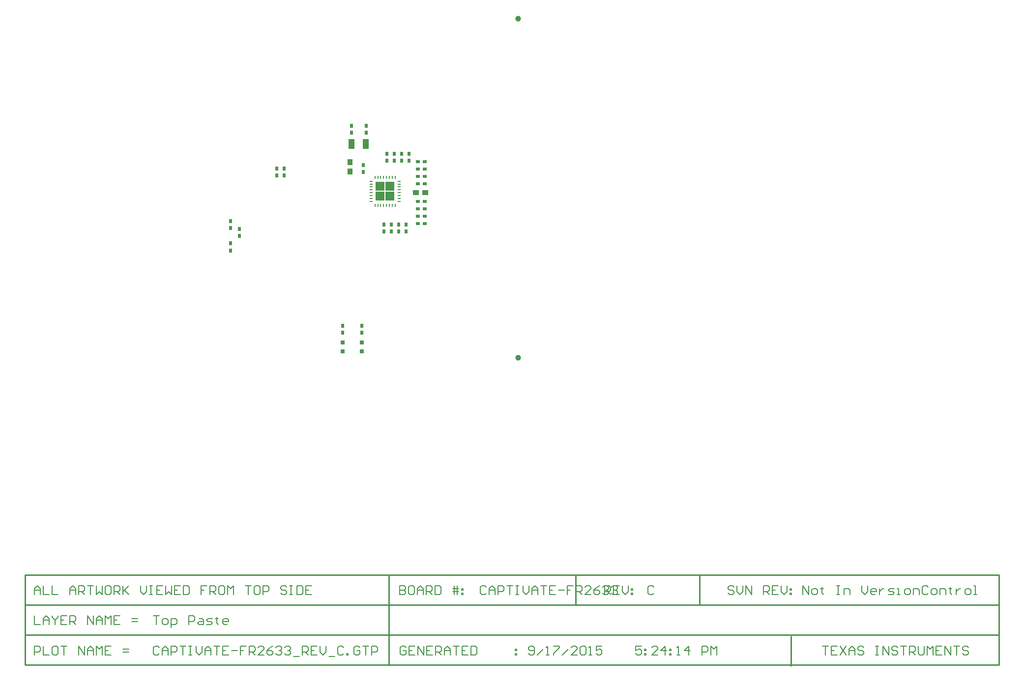
<source format=gtp>
%FSAX25Y25*%
%MOIN*%
G70*
G01*
G75*
G04 Layer_Color=9021481*
%ADD10C,0.00800*%
%ADD11C,0.00600*%
%ADD12C,0.03937*%
%ADD13R,0.02362X0.03150*%
%ADD14R,0.03937X0.03740*%
%ADD15R,0.03150X0.02362*%
%ADD16R,0.03150X0.03150*%
%ADD17R,0.03740X0.03937*%
%ADD18O,0.02362X0.00945*%
%ADD19O,0.00945X0.02362*%
%ADD20R,0.13583X0.13583*%
%ADD21R,0.03937X0.07087*%
%ADD22C,0.02000*%
%ADD23C,0.01000*%
%ADD24C,0.03000*%
%ADD25C,0.01200*%
%ADD26C,0.00787*%
%ADD27C,0.01500*%
%ADD28C,0.05000*%
%ADD29C,0.06000*%
%ADD30C,0.06496*%
%ADD31R,0.06496X0.06496*%
%ADD32C,0.08000*%
%ADD33R,0.05906X0.05906*%
%ADD34C,0.05906*%
%ADD35C,0.18110*%
%ADD36C,0.06299*%
%ADD37R,0.06496X0.06496*%
%ADD38R,0.06000X0.06000*%
%ADD39C,0.05000*%
%ADD40C,0.03400*%
%ADD41C,0.01969*%
%ADD42C,0.00984*%
%ADD43C,0.00700*%
%ADD44C,0.00050*%
%ADD45R,0.06299X0.01969*%
%ADD46R,0.05850X0.05850*%
G54D10*
X0126900Y0073549D02*
X0130899D01*
X0128899D01*
Y0067551D01*
X0133898D02*
X0135897D01*
X0136897Y0068550D01*
Y0070550D01*
X0135897Y0071549D01*
X0133898D01*
X0132898Y0070550D01*
Y0068550D01*
X0133898Y0067551D01*
X0138896Y0065551D02*
Y0071549D01*
X0141895D01*
X0142895Y0070550D01*
Y0068550D01*
X0141895Y0067551D01*
X0138896D01*
X0150892D02*
Y0073549D01*
X0153891D01*
X0154891Y0072549D01*
Y0070550D01*
X0153891Y0069550D01*
X0150892D01*
X0157890Y0071549D02*
X0159889D01*
X0160889Y0070550D01*
Y0067551D01*
X0157890D01*
X0156890Y0068550D01*
X0157890Y0069550D01*
X0160889D01*
X0162888Y0067551D02*
X0165887D01*
X0166887Y0068550D01*
X0165887Y0069550D01*
X0163888D01*
X0162888Y0070550D01*
X0163888Y0071549D01*
X0166887D01*
X0169886Y0072549D02*
Y0071549D01*
X0168886D01*
X0170886D01*
X0169886D01*
Y0068550D01*
X0170886Y0067551D01*
X0176884D02*
X0174884D01*
X0173885Y0068550D01*
Y0070550D01*
X0174884Y0071549D01*
X0176884D01*
X0177884Y0070550D01*
Y0069550D01*
X0173885D01*
X0580500Y0052965D02*
X0584499D01*
X0582499D01*
Y0046966D01*
X0590497Y0052965D02*
X0586498D01*
Y0046966D01*
X0590497D01*
X0586498Y0049966D02*
X0588497D01*
X0592496Y0052965D02*
X0596495Y0046966D01*
Y0052965D02*
X0592496Y0046966D01*
X0598494D02*
Y0050965D01*
X0600493Y0052965D01*
X0602493Y0050965D01*
Y0046966D01*
Y0049966D01*
X0598494D01*
X0608491Y0051965D02*
X0607491Y0052965D01*
X0605492D01*
X0604492Y0051965D01*
Y0050965D01*
X0605492Y0049966D01*
X0607491D01*
X0608491Y0048966D01*
Y0047966D01*
X0607491Y0046966D01*
X0605492D01*
X0604492Y0047966D01*
X0616488Y0052965D02*
X0618488D01*
X0617488D01*
Y0046966D01*
X0616488D01*
X0618488D01*
X0621487D02*
Y0052965D01*
X0625486Y0046966D01*
Y0052965D01*
X0631484Y0051965D02*
X0630484Y0052965D01*
X0628484D01*
X0627485Y0051965D01*
Y0050965D01*
X0628484Y0049966D01*
X0630484D01*
X0631484Y0048966D01*
Y0047966D01*
X0630484Y0046966D01*
X0628484D01*
X0627485Y0047966D01*
X0633483Y0052965D02*
X0637482D01*
X0635482D01*
Y0046966D01*
X0639481D02*
Y0052965D01*
X0642480D01*
X0643480Y0051965D01*
Y0049966D01*
X0642480Y0048966D01*
X0639481D01*
X0641480D02*
X0643480Y0046966D01*
X0645479Y0052965D02*
Y0047966D01*
X0646479Y0046966D01*
X0648478D01*
X0649478Y0047966D01*
Y0052965D01*
X0651477Y0046966D02*
Y0052965D01*
X0653476Y0050965D01*
X0655476Y0052965D01*
Y0046966D01*
X0661474Y0052965D02*
X0657475D01*
Y0046966D01*
X0661474D01*
X0657475Y0049966D02*
X0659474D01*
X0663473Y0046966D02*
Y0052965D01*
X0667472Y0046966D01*
Y0052965D01*
X0669471D02*
X0673470D01*
X0671471D01*
Y0046966D01*
X0679468Y0051965D02*
X0678468Y0052965D01*
X0676469D01*
X0675469Y0051965D01*
Y0050965D01*
X0676469Y0049966D01*
X0678468D01*
X0679468Y0048966D01*
Y0047966D01*
X0678468Y0046966D01*
X0676469D01*
X0675469Y0047966D01*
X0458049Y0052965D02*
X0454050D01*
Y0049966D01*
X0456049Y0050965D01*
X0457049D01*
X0458049Y0049966D01*
Y0047966D01*
X0457049Y0046966D01*
X0455050D01*
X0454050Y0047966D01*
X0460048Y0050965D02*
X0461048D01*
Y0049966D01*
X0460048D01*
Y0050965D01*
Y0047966D02*
X0461048D01*
Y0046966D01*
X0460048D01*
Y0047966D01*
X0469045Y0046966D02*
X0465046D01*
X0469045Y0050965D01*
Y0051965D01*
X0468046Y0052965D01*
X0466046D01*
X0465046Y0051965D01*
X0474044Y0046966D02*
Y0052965D01*
X0471044Y0049966D01*
X0475043D01*
X0477043Y0050965D02*
X0478042D01*
Y0049966D01*
X0477043D01*
Y0050965D01*
Y0047966D02*
X0478042D01*
Y0046966D01*
X0477043D01*
Y0047966D01*
X0482041Y0046966D02*
X0484040D01*
X0483041D01*
Y0052965D01*
X0482041Y0051965D01*
X0490038Y0046966D02*
Y0052965D01*
X0487039Y0049966D01*
X0491038D01*
X0499035Y0046966D02*
Y0052965D01*
X0502035D01*
X0503034Y0051965D01*
Y0049966D01*
X0502035Y0048966D01*
X0499035D01*
X0505033Y0046966D02*
Y0052965D01*
X0507033Y0050965D01*
X0509032Y0052965D01*
Y0046966D01*
X0046350D02*
Y0052965D01*
X0049349D01*
X0050349Y0051965D01*
Y0049966D01*
X0049349Y0048966D01*
X0046350D01*
X0052348Y0052965D02*
Y0046966D01*
X0056347D01*
X0061345Y0052965D02*
X0059346D01*
X0058346Y0051965D01*
Y0047966D01*
X0059346Y0046966D01*
X0061345D01*
X0062345Y0047966D01*
Y0051965D01*
X0061345Y0052965D01*
X0064344D02*
X0068343D01*
X0066343D01*
Y0046966D01*
X0076340D02*
Y0052965D01*
X0080339Y0046966D01*
Y0052965D01*
X0082338Y0046966D02*
Y0050965D01*
X0084338Y0052965D01*
X0086337Y0050965D01*
Y0046966D01*
Y0049966D01*
X0082338D01*
X0088336Y0046966D02*
Y0052965D01*
X0090336Y0050965D01*
X0092335Y0052965D01*
Y0046966D01*
X0098333Y0052965D02*
X0094335D01*
Y0046966D01*
X0098333D01*
X0094335Y0049966D02*
X0096334D01*
X0106331Y0048966D02*
X0110329D01*
X0106331Y0050965D02*
X0110329D01*
X0046350Y0073549D02*
Y0067551D01*
X0050349D01*
X0052348D02*
Y0071549D01*
X0054347Y0073549D01*
X0056347Y0071549D01*
Y0067551D01*
Y0070550D01*
X0052348D01*
X0058346Y0073549D02*
Y0072549D01*
X0060346Y0070550D01*
X0062345Y0072549D01*
Y0073549D01*
X0060346Y0070550D02*
Y0067551D01*
X0068343Y0073549D02*
X0064344D01*
Y0067551D01*
X0068343D01*
X0064344Y0070550D02*
X0066343D01*
X0070342Y0067551D02*
Y0073549D01*
X0073341D01*
X0074341Y0072549D01*
Y0070550D01*
X0073341Y0069550D01*
X0070342D01*
X0072342D02*
X0074341Y0067551D01*
X0082338D02*
Y0073549D01*
X0086337Y0067551D01*
Y0073549D01*
X0088336Y0067551D02*
Y0071549D01*
X0090336Y0073549D01*
X0092335Y0071549D01*
Y0067551D01*
Y0070550D01*
X0088336D01*
X0094335Y0067551D02*
Y0073549D01*
X0096334Y0071549D01*
X0098333Y0073549D01*
Y0067551D01*
X0104331Y0073549D02*
X0100332D01*
Y0067551D01*
X0104331D01*
X0100332Y0070550D02*
X0102332D01*
X0112329Y0069550D02*
X0116327D01*
X0112329Y0071549D02*
X0116327D01*
X0294000Y0093831D02*
Y0087833D01*
X0296999D01*
X0297999Y0088833D01*
Y0089833D01*
X0296999Y0090832D01*
X0294000D01*
X0296999D01*
X0297999Y0091832D01*
Y0092832D01*
X0296999Y0093831D01*
X0294000D01*
X0302997D02*
X0300998D01*
X0299998Y0092832D01*
Y0088833D01*
X0300998Y0087833D01*
X0302997D01*
X0303997Y0088833D01*
Y0092832D01*
X0302997Y0093831D01*
X0305996Y0087833D02*
Y0091832D01*
X0307996Y0093831D01*
X0309995Y0091832D01*
Y0087833D01*
Y0090832D01*
X0305996D01*
X0311994Y0087833D02*
Y0093831D01*
X0314993D01*
X0315993Y0092832D01*
Y0090832D01*
X0314993Y0089833D01*
X0311994D01*
X0313994D02*
X0315993Y0087833D01*
X0317992Y0093831D02*
Y0087833D01*
X0320991D01*
X0321991Y0088833D01*
Y0092832D01*
X0320991Y0093831D01*
X0317992D01*
X0330988Y0087833D02*
Y0093831D01*
X0332987D02*
Y0087833D01*
X0329988Y0091832D02*
X0332987D01*
X0333987D01*
X0329988Y0089833D02*
X0333987D01*
X0335986Y0091832D02*
X0336986D01*
Y0090832D01*
X0335986D01*
Y0091832D01*
Y0088833D02*
X0336986D01*
Y0087833D01*
X0335986D01*
Y0088833D01*
X0352549Y0092832D02*
X0351549Y0093831D01*
X0349550D01*
X0348550Y0092832D01*
Y0088833D01*
X0349550Y0087833D01*
X0351549D01*
X0352549Y0088833D01*
X0354548Y0087833D02*
Y0091832D01*
X0356547Y0093831D01*
X0358547Y0091832D01*
Y0087833D01*
Y0090832D01*
X0354548D01*
X0360546Y0087833D02*
Y0093831D01*
X0363545D01*
X0364545Y0092832D01*
Y0090832D01*
X0363545Y0089833D01*
X0360546D01*
X0366544Y0093831D02*
X0370543D01*
X0368544D01*
Y0087833D01*
X0372542Y0093831D02*
X0374542D01*
X0373542D01*
Y0087833D01*
X0372542D01*
X0374542D01*
X0377541Y0093831D02*
Y0089833D01*
X0379540Y0087833D01*
X0381539Y0089833D01*
Y0093831D01*
X0383539Y0087833D02*
Y0091832D01*
X0385538Y0093831D01*
X0387537Y0091832D01*
Y0087833D01*
Y0090832D01*
X0383539D01*
X0389537Y0093831D02*
X0393535D01*
X0391536D01*
Y0087833D01*
X0399534Y0093831D02*
X0395535D01*
Y0087833D01*
X0399534D01*
X0395535Y0090832D02*
X0397534D01*
X0401533D02*
X0405532D01*
X0411530Y0093831D02*
X0407531D01*
Y0090832D01*
X0409530D01*
X0407531D01*
Y0087833D01*
X0413529D02*
Y0093831D01*
X0416528D01*
X0417528Y0092832D01*
Y0090832D01*
X0416528Y0089833D01*
X0413529D01*
X0415528D02*
X0417528Y0087833D01*
X0423526D02*
X0419527D01*
X0423526Y0091832D01*
Y0092832D01*
X0422526Y0093831D01*
X0420527D01*
X0419527Y0092832D01*
X0429524Y0093831D02*
X0427524Y0092832D01*
X0425525Y0090832D01*
Y0088833D01*
X0426525Y0087833D01*
X0428524D01*
X0429524Y0088833D01*
Y0089833D01*
X0428524Y0090832D01*
X0425525D01*
X0431523Y0092832D02*
X0432523Y0093831D01*
X0434522D01*
X0435522Y0092832D01*
Y0091832D01*
X0434522Y0090832D01*
X0433523D01*
X0434522D01*
X0435522Y0089833D01*
Y0088833D01*
X0434522Y0087833D01*
X0432523D01*
X0431523Y0088833D01*
X0437521Y0092832D02*
X0438521Y0093831D01*
X0440520D01*
X0441520Y0092832D01*
Y0091832D01*
X0440520Y0090832D01*
X0439521D01*
X0440520D01*
X0441520Y0089833D01*
Y0088833D01*
X0440520Y0087833D01*
X0438521D01*
X0437521Y0088833D01*
X0466149Y0092832D02*
X0465149Y0093831D01*
X0463150D01*
X0462150Y0092832D01*
Y0088833D01*
X0463150Y0087833D01*
X0465149D01*
X0466149Y0088833D01*
X0046350Y0087833D02*
Y0091832D01*
X0048349Y0093831D01*
X0050349Y0091832D01*
Y0087833D01*
Y0090832D01*
X0046350D01*
X0052348Y0093831D02*
Y0087833D01*
X0056347D01*
X0058346Y0093831D02*
Y0087833D01*
X0062345D01*
X0070342D02*
Y0091832D01*
X0072342Y0093831D01*
X0074341Y0091832D01*
Y0087833D01*
Y0090832D01*
X0070342D01*
X0076340Y0087833D02*
Y0093831D01*
X0079339D01*
X0080339Y0092832D01*
Y0090832D01*
X0079339Y0089833D01*
X0076340D01*
X0078340D02*
X0080339Y0087833D01*
X0082338Y0093831D02*
X0086337D01*
X0084338D01*
Y0087833D01*
X0088336Y0093831D02*
Y0087833D01*
X0090336Y0089833D01*
X0092335Y0087833D01*
Y0093831D01*
X0097334D02*
X0095334D01*
X0094335Y0092832D01*
Y0088833D01*
X0095334Y0087833D01*
X0097334D01*
X0098333Y0088833D01*
Y0092832D01*
X0097334Y0093831D01*
X0100332Y0087833D02*
Y0093831D01*
X0103332D01*
X0104331Y0092832D01*
Y0090832D01*
X0103332Y0089833D01*
X0100332D01*
X0102332D02*
X0104331Y0087833D01*
X0106331Y0093831D02*
Y0087833D01*
Y0089833D01*
X0110329Y0093831D01*
X0107330Y0090832D01*
X0110329Y0087833D01*
X0118327Y0093831D02*
Y0089833D01*
X0120326Y0087833D01*
X0122325Y0089833D01*
Y0093831D01*
X0124325D02*
X0126324D01*
X0125324D01*
Y0087833D01*
X0124325D01*
X0126324D01*
X0133322Y0093831D02*
X0129323D01*
Y0087833D01*
X0133322D01*
X0129323Y0090832D02*
X0131323D01*
X0135321Y0093831D02*
Y0087833D01*
X0137321Y0089833D01*
X0139320Y0087833D01*
Y0093831D01*
X0145318D02*
X0141319D01*
Y0087833D01*
X0145318D01*
X0141319Y0090832D02*
X0143319D01*
X0147317Y0093831D02*
Y0087833D01*
X0150316D01*
X0151316Y0088833D01*
Y0092832D01*
X0150316Y0093831D01*
X0147317D01*
X0163312D02*
X0159313D01*
Y0090832D01*
X0161313D01*
X0159313D01*
Y0087833D01*
X0165312D02*
Y0093831D01*
X0168310D01*
X0169310Y0092832D01*
Y0090832D01*
X0168310Y0089833D01*
X0165312D01*
X0167311D02*
X0169310Y0087833D01*
X0174309Y0093831D02*
X0172309D01*
X0171310Y0092832D01*
Y0088833D01*
X0172309Y0087833D01*
X0174309D01*
X0175308Y0088833D01*
Y0092832D01*
X0174309Y0093831D01*
X0177308Y0087833D02*
Y0093831D01*
X0179307Y0091832D01*
X0181306Y0093831D01*
Y0087833D01*
X0189304Y0093831D02*
X0193303D01*
X0191303D01*
Y0087833D01*
X0198301Y0093831D02*
X0196301D01*
X0195302Y0092832D01*
Y0088833D01*
X0196301Y0087833D01*
X0198301D01*
X0199301Y0088833D01*
Y0092832D01*
X0198301Y0093831D01*
X0201300Y0087833D02*
Y0093831D01*
X0204299D01*
X0205299Y0092832D01*
Y0090832D01*
X0204299Y0089833D01*
X0201300D01*
X0217295Y0092832D02*
X0216295Y0093831D01*
X0214296D01*
X0213296Y0092832D01*
Y0091832D01*
X0214296Y0090832D01*
X0216295D01*
X0217295Y0089833D01*
Y0088833D01*
X0216295Y0087833D01*
X0214296D01*
X0213296Y0088833D01*
X0219294Y0093831D02*
X0221293D01*
X0220294D01*
Y0087833D01*
X0219294D01*
X0221293D01*
X0224292Y0093831D02*
Y0087833D01*
X0227291D01*
X0228291Y0088833D01*
Y0092832D01*
X0227291Y0093831D01*
X0224292D01*
X0234289D02*
X0230291D01*
Y0087833D01*
X0234289D01*
X0230291Y0090832D02*
X0232290D01*
X0298199Y0051965D02*
X0297199Y0052965D01*
X0295200D01*
X0294200Y0051965D01*
Y0047966D01*
X0295200Y0046966D01*
X0297199D01*
X0298199Y0047966D01*
Y0049966D01*
X0296199D01*
X0304197Y0052965D02*
X0300198D01*
Y0046966D01*
X0304197D01*
X0300198Y0049966D02*
X0302197D01*
X0306196Y0046966D02*
Y0052965D01*
X0310195Y0046966D01*
Y0052965D01*
X0316193D02*
X0312194D01*
Y0046966D01*
X0316193D01*
X0312194Y0049966D02*
X0314194D01*
X0318192Y0046966D02*
Y0052965D01*
X0321191D01*
X0322191Y0051965D01*
Y0049966D01*
X0321191Y0048966D01*
X0318192D01*
X0320192D02*
X0322191Y0046966D01*
X0324190D02*
Y0050965D01*
X0326190Y0052965D01*
X0328189Y0050965D01*
Y0046966D01*
Y0049966D01*
X0324190D01*
X0330188Y0052965D02*
X0334187D01*
X0332188D01*
Y0046966D01*
X0340185Y0052965D02*
X0336186D01*
Y0046966D01*
X0340185D01*
X0336186Y0049966D02*
X0338186D01*
X0342184Y0052965D02*
Y0046966D01*
X0345183D01*
X0346183Y0047966D01*
Y0051965D01*
X0345183Y0052965D01*
X0342184D01*
X0372175Y0050965D02*
X0373175D01*
Y0049966D01*
X0372175D01*
Y0050965D01*
Y0047966D02*
X0373175D01*
Y0046966D01*
X0372175D01*
Y0047966D01*
X0381150D02*
X0382150Y0046966D01*
X0384149D01*
X0385149Y0047966D01*
Y0051965D01*
X0384149Y0052965D01*
X0382150D01*
X0381150Y0051965D01*
Y0050965D01*
X0382150Y0049966D01*
X0385149D01*
X0387148Y0046966D02*
X0391147Y0050965D01*
X0393146Y0046966D02*
X0395146D01*
X0394146D01*
Y0052965D01*
X0393146Y0051965D01*
X0398145Y0052965D02*
X0402143D01*
Y0051965D01*
X0398145Y0047966D01*
Y0046966D01*
X0404143D02*
X0408141Y0050965D01*
X0414139Y0046966D02*
X0410141D01*
X0414139Y0050965D01*
Y0051965D01*
X0413140Y0052965D01*
X0411140D01*
X0410141Y0051965D01*
X0416139D02*
X0417138Y0052965D01*
X0419138D01*
X0420137Y0051965D01*
Y0047966D01*
X0419138Y0046966D01*
X0417138D01*
X0416139Y0047966D01*
Y0051965D01*
X0422137Y0046966D02*
X0424136D01*
X0423136D01*
Y0052965D01*
X0422137Y0051965D01*
X0431134Y0052965D02*
X0427135D01*
Y0049966D01*
X0429135Y0050965D01*
X0430134D01*
X0431134Y0049966D01*
Y0047966D01*
X0430134Y0046966D01*
X0428135D01*
X0427135Y0047966D01*
X0130899Y0051965D02*
X0129899Y0052965D01*
X0127900D01*
X0126900Y0051965D01*
Y0047966D01*
X0127900Y0046966D01*
X0129899D01*
X0130899Y0047966D01*
X0132898Y0046966D02*
Y0050965D01*
X0134897Y0052965D01*
X0136897Y0050965D01*
Y0046966D01*
Y0049966D01*
X0132898D01*
X0138896Y0046966D02*
Y0052965D01*
X0141895D01*
X0142895Y0051965D01*
Y0049966D01*
X0141895Y0048966D01*
X0138896D01*
X0144894Y0052965D02*
X0148893D01*
X0146894D01*
Y0046966D01*
X0150892Y0052965D02*
X0152892D01*
X0151892D01*
Y0046966D01*
X0150892D01*
X0152892D01*
X0155891Y0052965D02*
Y0048966D01*
X0157890Y0046966D01*
X0159889Y0048966D01*
Y0052965D01*
X0161889Y0046966D02*
Y0050965D01*
X0163888Y0052965D01*
X0165887Y0050965D01*
Y0046966D01*
Y0049966D01*
X0161889D01*
X0167887Y0052965D02*
X0171885D01*
X0169886D01*
Y0046966D01*
X0177884Y0052965D02*
X0173885D01*
Y0046966D01*
X0177884D01*
X0173885Y0049966D02*
X0175884D01*
X0179883D02*
X0183882D01*
X0189880Y0052965D02*
X0185881D01*
Y0049966D01*
X0187880D01*
X0185881D01*
Y0046966D01*
X0191879D02*
Y0052965D01*
X0194878D01*
X0195878Y0051965D01*
Y0049966D01*
X0194878Y0048966D01*
X0191879D01*
X0193878D02*
X0195878Y0046966D01*
X0201876D02*
X0197877D01*
X0201876Y0050965D01*
Y0051965D01*
X0200876Y0052965D01*
X0198877D01*
X0197877Y0051965D01*
X0207874Y0052965D02*
X0205874Y0051965D01*
X0203875Y0049966D01*
Y0047966D01*
X0204875Y0046966D01*
X0206874D01*
X0207874Y0047966D01*
Y0048966D01*
X0206874Y0049966D01*
X0203875D01*
X0209873Y0051965D02*
X0210873Y0052965D01*
X0212872D01*
X0213872Y0051965D01*
Y0050965D01*
X0212872Y0049966D01*
X0211873D01*
X0212872D01*
X0213872Y0048966D01*
Y0047966D01*
X0212872Y0046966D01*
X0210873D01*
X0209873Y0047966D01*
X0215871Y0051965D02*
X0216871Y0052965D01*
X0218870D01*
X0219870Y0051965D01*
Y0050965D01*
X0218870Y0049966D01*
X0217871D01*
X0218870D01*
X0219870Y0048966D01*
Y0047966D01*
X0218870Y0046966D01*
X0216871D01*
X0215871Y0047966D01*
X0221869Y0045967D02*
X0225868D01*
X0227867Y0046966D02*
Y0052965D01*
X0230866D01*
X0231866Y0051965D01*
Y0049966D01*
X0230866Y0048966D01*
X0227867D01*
X0229867D02*
X0231866Y0046966D01*
X0237864Y0052965D02*
X0233865D01*
Y0046966D01*
X0237864D01*
X0233865Y0049966D02*
X0235865D01*
X0239863Y0052965D02*
Y0048966D01*
X0241863Y0046966D01*
X0243862Y0048966D01*
Y0052965D01*
X0245862Y0045967D02*
X0249860D01*
X0255858Y0051965D02*
X0254859Y0052965D01*
X0252859D01*
X0251860Y0051965D01*
Y0047966D01*
X0252859Y0046966D01*
X0254859D01*
X0255858Y0047966D01*
X0257858Y0046966D02*
Y0047966D01*
X0258857D01*
Y0046966D01*
X0257858D01*
X0266855Y0051965D02*
X0265855Y0052965D01*
X0263856D01*
X0262856Y0051965D01*
Y0047966D01*
X0263856Y0046966D01*
X0265855D01*
X0266855Y0047966D01*
Y0049966D01*
X0264855D01*
X0268854Y0052965D02*
X0272853D01*
X0270853D01*
Y0046966D01*
X0274852D02*
Y0052965D01*
X0277851D01*
X0278851Y0051965D01*
Y0049966D01*
X0277851Y0048966D01*
X0274852D01*
X0433000Y0087833D02*
Y0093831D01*
X0435999D01*
X0436999Y0092832D01*
Y0090832D01*
X0435999Y0089833D01*
X0433000D01*
X0434999D02*
X0436999Y0087833D01*
X0442997Y0093831D02*
X0438998D01*
Y0087833D01*
X0442997D01*
X0438998Y0090832D02*
X0440997D01*
X0444996Y0093831D02*
Y0089833D01*
X0446995Y0087833D01*
X0448995Y0089833D01*
Y0093831D01*
X0450994Y0091832D02*
X0451994D01*
Y0090832D01*
X0450994D01*
Y0091832D01*
Y0088833D02*
X0451994D01*
Y0087833D01*
X0450994D01*
Y0088833D01*
X0520799Y0092832D02*
X0519799Y0093831D01*
X0517800D01*
X0516800Y0092832D01*
Y0091832D01*
X0517800Y0090832D01*
X0519799D01*
X0520799Y0089833D01*
Y0088833D01*
X0519799Y0087833D01*
X0517800D01*
X0516800Y0088833D01*
X0522798Y0093831D02*
Y0089833D01*
X0524797Y0087833D01*
X0526797Y0089833D01*
Y0093831D01*
X0528796Y0087833D02*
Y0093831D01*
X0532795Y0087833D01*
Y0093831D01*
X0540792Y0087833D02*
Y0093831D01*
X0543791D01*
X0544791Y0092832D01*
Y0090832D01*
X0543791Y0089833D01*
X0540792D01*
X0542792D02*
X0544791Y0087833D01*
X0550789Y0093831D02*
X0546790D01*
Y0087833D01*
X0550789D01*
X0546790Y0090832D02*
X0548790D01*
X0552788Y0093831D02*
Y0089833D01*
X0554788Y0087833D01*
X0556787Y0089833D01*
Y0093831D01*
X0558786Y0091832D02*
X0559786D01*
Y0090832D01*
X0558786D01*
Y0091832D01*
Y0088833D02*
X0559786D01*
Y0087833D01*
X0558786D01*
Y0088833D01*
X0567400Y0087833D02*
Y0093831D01*
X0571399Y0087833D01*
Y0093831D01*
X0574398Y0087833D02*
X0576397D01*
X0577397Y0088833D01*
Y0090832D01*
X0576397Y0091832D01*
X0574398D01*
X0573398Y0090832D01*
Y0088833D01*
X0574398Y0087833D01*
X0580396Y0092832D02*
Y0091832D01*
X0579396D01*
X0581395D01*
X0580396D01*
Y0088833D01*
X0581395Y0087833D01*
X0590393Y0093831D02*
X0592392D01*
X0591392D01*
Y0087833D01*
X0590393D01*
X0592392D01*
X0595391D02*
Y0091832D01*
X0598390D01*
X0599390Y0090832D01*
Y0087833D01*
X0607387Y0093831D02*
Y0089833D01*
X0609386Y0087833D01*
X0611386Y0089833D01*
Y0093831D01*
X0616384Y0087833D02*
X0614385D01*
X0613385Y0088833D01*
Y0090832D01*
X0614385Y0091832D01*
X0616384D01*
X0617384Y0090832D01*
Y0089833D01*
X0613385D01*
X0619383Y0091832D02*
Y0087833D01*
Y0089833D01*
X0620383Y0090832D01*
X0621383Y0091832D01*
X0622382D01*
X0625381Y0087833D02*
X0628380D01*
X0629380Y0088833D01*
X0628380Y0089833D01*
X0626381D01*
X0625381Y0090832D01*
X0626381Y0091832D01*
X0629380D01*
X0631379Y0087833D02*
X0633379D01*
X0632379D01*
Y0091832D01*
X0631379D01*
X0637377Y0087833D02*
X0639377D01*
X0640376Y0088833D01*
Y0090832D01*
X0639377Y0091832D01*
X0637377D01*
X0636378Y0090832D01*
Y0088833D01*
X0637377Y0087833D01*
X0642376D02*
Y0091832D01*
X0645375D01*
X0646374Y0090832D01*
Y0087833D01*
X0652373Y0092832D02*
X0651373Y0093831D01*
X0649373D01*
X0648374Y0092832D01*
Y0088833D01*
X0649373Y0087833D01*
X0651373D01*
X0652373Y0088833D01*
X0655372Y0087833D02*
X0657371D01*
X0658371Y0088833D01*
Y0090832D01*
X0657371Y0091832D01*
X0655372D01*
X0654372Y0090832D01*
Y0088833D01*
X0655372Y0087833D01*
X0660370D02*
Y0091832D01*
X0663369D01*
X0664369Y0090832D01*
Y0087833D01*
X0667368Y0092832D02*
Y0091832D01*
X0666368D01*
X0668367D01*
X0667368D01*
Y0088833D01*
X0668367Y0087833D01*
X0671366Y0091832D02*
Y0087833D01*
Y0089833D01*
X0672366Y0090832D01*
X0673366Y0091832D01*
X0674365D01*
X0678364Y0087833D02*
X0680364D01*
X0681363Y0088833D01*
Y0090832D01*
X0680364Y0091832D01*
X0678364D01*
X0677364Y0090832D01*
Y0088833D01*
X0678364Y0087833D01*
X0683362D02*
X0685362D01*
X0684362D01*
Y0093831D01*
X0683362D01*
G54D12*
X0374200Y0248400D02*
D03*
Y0478400D02*
D03*
G54D13*
X0185200Y0331038D02*
D03*
Y0335762D02*
D03*
X0179200Y0341262D02*
D03*
Y0336538D02*
D03*
X0271200Y0405762D02*
D03*
Y0401038D02*
D03*
X0261200Y0405762D02*
D03*
Y0401038D02*
D03*
X0285200Y0382038D02*
D03*
Y0386762D02*
D03*
X0290200Y0382038D02*
D03*
Y0386762D02*
D03*
X0295200Y0382038D02*
D03*
Y0386762D02*
D03*
X0300200Y0382038D02*
D03*
Y0386762D02*
D03*
X0298200Y0338762D02*
D03*
Y0334038D02*
D03*
X0293200Y0338762D02*
D03*
Y0334038D02*
D03*
X0288200Y0338762D02*
D03*
Y0334038D02*
D03*
X0283200Y0338762D02*
D03*
Y0334038D02*
D03*
X0255199Y0270262D02*
D03*
Y0265537D02*
D03*
X0268200Y0270262D02*
D03*
Y0265538D02*
D03*
X0269200Y0374538D02*
D03*
Y0379262D02*
D03*
X0210700Y0372038D02*
D03*
Y0376762D02*
D03*
X0179200Y0321338D02*
D03*
Y0326062D02*
D03*
X0215700Y0372038D02*
D03*
Y0376762D02*
D03*
G54D14*
X0311216Y0360400D02*
D03*
X0304917D02*
D03*
G54D15*
X0306338Y0381400D02*
D03*
X0311062D02*
D03*
X0306338Y0376400D02*
D03*
X0311062D02*
D03*
X0306338Y0371400D02*
D03*
X0311062D02*
D03*
X0306338Y0366400D02*
D03*
X0311062D02*
D03*
X0306338Y0354400D02*
D03*
X0311062D02*
D03*
X0306338Y0349400D02*
D03*
X0311062D02*
D03*
X0306338Y0344400D02*
D03*
X0311062D02*
D03*
X0306338Y0339400D02*
D03*
X0311062D02*
D03*
G54D16*
X0255200Y0258853D02*
D03*
Y0252947D02*
D03*
X0268200Y0258852D02*
D03*
Y0252947D02*
D03*
G54D17*
X0260200Y0374750D02*
D03*
Y0381050D02*
D03*
G54D18*
X0274617Y0368298D02*
D03*
Y0366329D02*
D03*
Y0364361D02*
D03*
Y0362392D02*
D03*
Y0360424D02*
D03*
Y0358455D02*
D03*
Y0356487D02*
D03*
Y0354518D02*
D03*
X0293515D02*
D03*
Y0356487D02*
D03*
Y0358455D02*
D03*
Y0360424D02*
D03*
Y0362392D02*
D03*
Y0364361D02*
D03*
Y0366329D02*
D03*
Y0368298D02*
D03*
G54D19*
X0277176Y0351959D02*
D03*
X0279145D02*
D03*
X0281113D02*
D03*
X0283082D02*
D03*
X0285050D02*
D03*
X0287019D02*
D03*
X0288987D02*
D03*
X0290956D02*
D03*
Y0370857D02*
D03*
X0288987D02*
D03*
X0287019D02*
D03*
X0285050D02*
D03*
X0283082D02*
D03*
X0281113D02*
D03*
X0279145D02*
D03*
X0277176D02*
D03*
G54D21*
X0261279Y0393400D02*
D03*
X0271121D02*
D03*
G54D23*
X0559400Y0039400D02*
Y0059683D01*
X0440500Y0040050D02*
X0700200D01*
Y0101050D01*
X0286500Y0040050D02*
Y0101050D01*
X0040000Y0040050D02*
Y0101050D01*
X0040050Y0040050D02*
X0197600D01*
X0040050D02*
Y0101050D01*
Y0101050D02*
X0700200D01*
X0040000Y0040050D02*
X0440500D01*
X0040000Y0060383D02*
X0700000D01*
X0040000Y0080717D02*
X0700200D01*
X0413200D02*
Y0101050D01*
X0497200Y0080717D02*
Y0101050D01*
G54D46*
X0287385Y0358089D02*
D03*
X0280747D02*
D03*
Y0364727D02*
D03*
X0287385D02*
D03*
M02*

</source>
